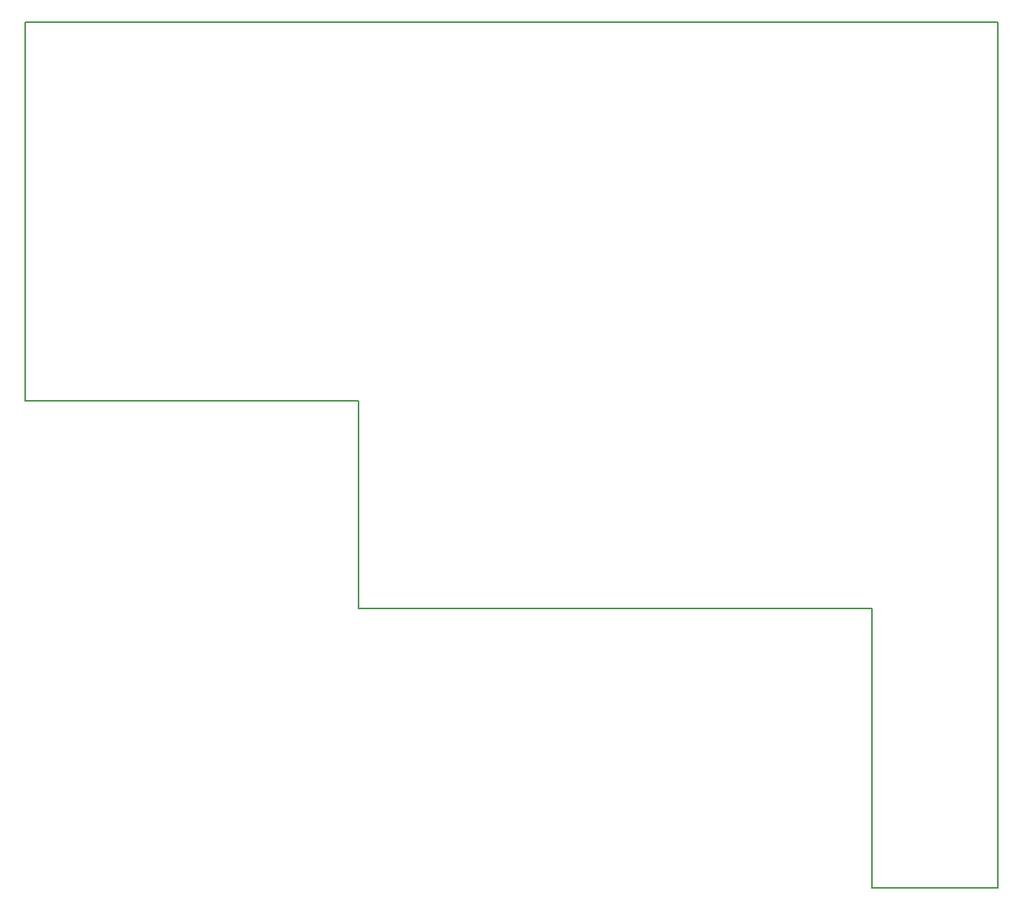
<source format=gm1>
G04 #@! TF.GenerationSoftware,KiCad,Pcbnew,5.0.2-bee76a0~70~ubuntu18.04.1*
G04 #@! TF.CreationDate,2020-01-07T12:16:07+05:00*
G04 #@! TF.ProjectId,headamp,68656164-616d-4702-9e6b-696361645f70,rev?*
G04 #@! TF.SameCoordinates,Original*
G04 #@! TF.FileFunction,Profile,NP*
%FSLAX46Y46*%
G04 Gerber Fmt 4.6, Leading zero omitted, Abs format (unit mm)*
G04 Created by KiCad (PCBNEW 5.0.2-bee76a0~70~ubuntu18.04.1) date Вт 07 янв 2020 12:16:07*
%MOMM*%
%LPD*%
G01*
G04 APERTURE LIST*
%ADD10C,0.150000*%
G04 APERTURE END LIST*
D10*
X-295000000Y197910000D02*
X-332000000Y197910000D01*
X-295000000Y174910000D02*
X-295000000Y197910000D01*
X-238000000Y174910000D02*
X-295000000Y174910000D01*
X-238000000Y143910000D02*
X-238000000Y174910000D01*
X-224000000Y143910000D02*
X-238000000Y143910000D01*
X-224000000Y239910000D02*
X-224000000Y143910000D01*
X-332000000Y239910000D02*
X-224000000Y239910000D01*
X-332000000Y197910000D02*
X-332000000Y239910000D01*
M02*

</source>
